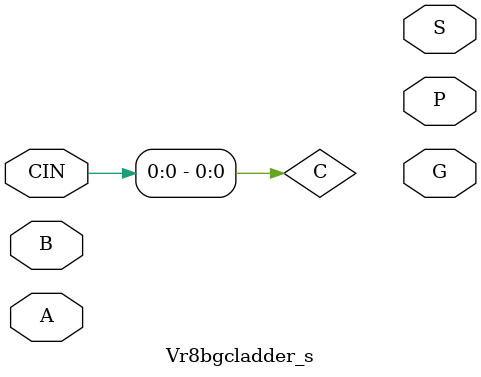
<source format=v>
module Vr8bgcladder_s(A, B, CIN, S, G, P);
  input [7:0] A, B;
  input CIN;
  output wire [7:0] S;
  output wire G, P;
  wire [3:0] Gi, Pi;
  wire [4:0] C;  
  genvar g;
  
  assign C[0] = CIN;
  
  generate
    for (g=0; g<=3; g=g+1) begin : a
      /* Your code to generate the four 2-bit adders */
    end
  endgenerate
  //* Your code to hook up the lookahead carry circuit

endmodule
</source>
